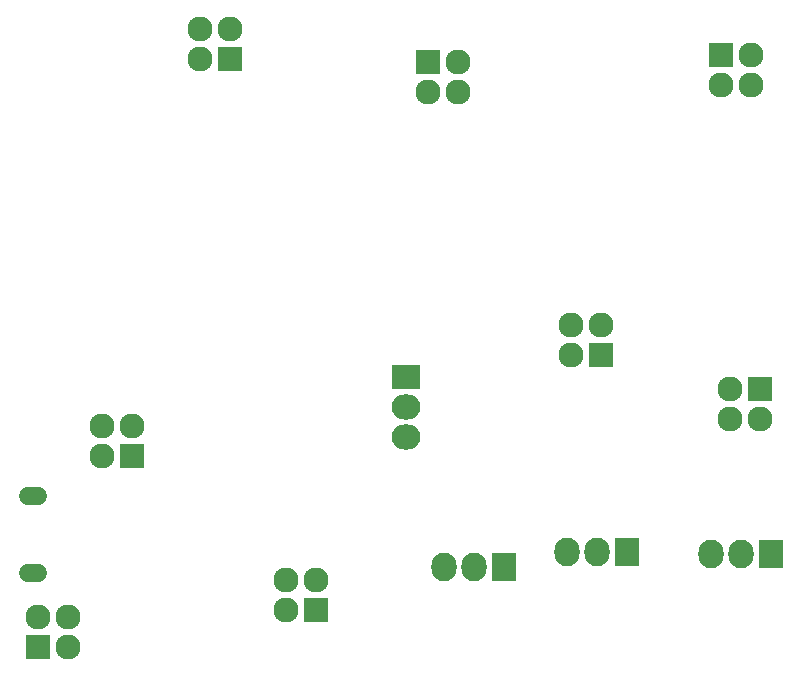
<source format=gbr>
G04 #@! TF.FileFunction,Soldermask,Bot*
%FSLAX46Y46*%
G04 Gerber Fmt 4.6, Leading zero omitted, Abs format (unit mm)*
G04 Created by KiCad (PCBNEW 4.0.4-stable) date Saturday, December 10, 2016 'PMt' 12:37:14 PM*
%MOMM*%
%LPD*%
G01*
G04 APERTURE LIST*
%ADD10C,0.100000*%
%ADD11R,2.127200X2.432000*%
%ADD12O,2.127200X2.432000*%
%ADD13R,2.432000X2.127200*%
%ADD14O,2.432000X2.127200*%
%ADD15O,2.400000X1.520000*%
%ADD16R,2.127200X2.127200*%
%ADD17O,2.127200X2.127200*%
G04 APERTURE END LIST*
D10*
D11*
X133674663Y-131590455D03*
D12*
X131134663Y-131590455D03*
X128594663Y-131590455D03*
D11*
X145874279Y-131764207D03*
D12*
X143334279Y-131764207D03*
X140794279Y-131764207D03*
D11*
X123252231Y-132935265D03*
D12*
X120712231Y-132935265D03*
X118172231Y-132935265D03*
D13*
X114935000Y-116840000D03*
D14*
X114935000Y-119380000D03*
X114935000Y-121920000D03*
D15*
X83385000Y-126920000D03*
X83385000Y-133430000D03*
D16*
X141605000Y-89535000D03*
D17*
X144145000Y-89535000D03*
X141605000Y-92075000D03*
X144145000Y-92075000D03*
D16*
X144921541Y-117809361D03*
D17*
X144921541Y-120349361D03*
X142381541Y-117809361D03*
X142381541Y-120349361D03*
D16*
X116840000Y-90170000D03*
D17*
X119380000Y-90170000D03*
X116840000Y-92710000D03*
X119380000Y-92710000D03*
D16*
X91757500Y-123507500D03*
D17*
X89217500Y-123507500D03*
X91757500Y-120967500D03*
X89217500Y-120967500D03*
D16*
X107315000Y-136525000D03*
D17*
X104775000Y-136525000D03*
X107315000Y-133985000D03*
X104775000Y-133985000D03*
D16*
X131445000Y-114935000D03*
D17*
X128905000Y-114935000D03*
X131445000Y-112395000D03*
X128905000Y-112395000D03*
D16*
X100012500Y-89852500D03*
D17*
X97472500Y-89852500D03*
X100012500Y-87312500D03*
X97472500Y-87312500D03*
D16*
X83820000Y-139700000D03*
D17*
X83820000Y-137160000D03*
X86360000Y-139700000D03*
X86360000Y-137160000D03*
M02*

</source>
